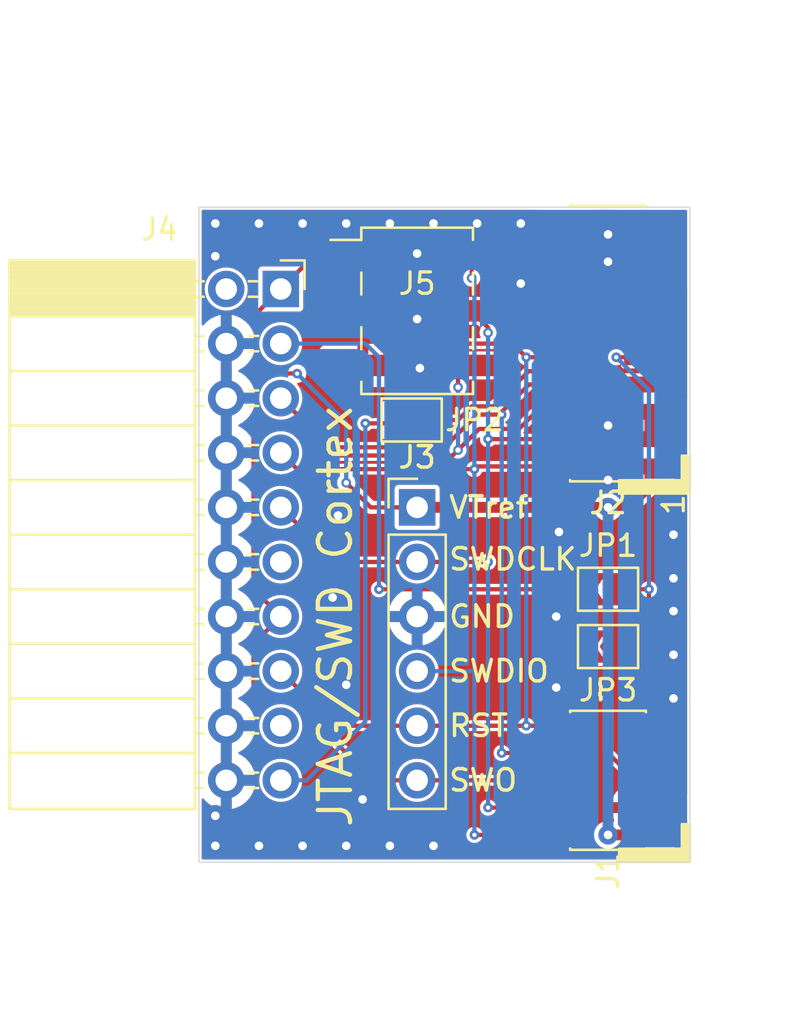
<source format=kicad_pcb>
(kicad_pcb (version 20220131) (generator pcbnew)
  (layers (0 "F.Cu" signal) (31 "B.Cu" signal) (34 "B.Paste" user) (35 "F.Paste" user) (36 "B.SilkS" user "B.Silkscreen") (37 "F.SilkS" user "F.Silkscreen") (38 "B.Mask" user) (39 "F.Mask" user) (44 "Edge.Cuts" user))
  (net 0 "")
  (net 1 "/nTRST")
  (net 2 "GND")
  (net 3 "/TDI")
  (net 4 "/SWO\\TDO")
  (net 5 "/SWDCLK\\TCK")
  (net 6 "/SWDIO\\TMS")
  (net 7 "/VTref")
  (net 8 "/DBGACK")
  (net 9 "/RESET")
  (net 10 "Net-(J1-Pin_9)")
  (net 12 "Net-(J1-Pin_5)")
  (net 17 "Net-(J2-Pin_11)")
  (net 20 "/DBGRQ")
  (net 21 "/RTCK")
  (footprint "Connector_PinHeader_1.27mm:PinHeader_2x05_P1.27mm_Vertical_SMD" (layer "F.Cu") (at 157.48 105.41 180)
    (fp_text reference "J1" (at 0 -4.235 90) (layer "F.SilkS") (effects (font (thickness 0.16))))
    (fp_text value "Conn_02x05_Odd_Even")
    (fp_line (start -3.09 -3.17) (end -1.765 -3.17) (stroke (width 0.12)) (layer "F.SilkS"))
    (fp_line (start -1.765 -3.235) (end -1.765 -3.17) (stroke (width 0.12)) (layer "F.SilkS"))
    (fp_line (start -1.765 -3.235) (end 1.765 -3.235) (stroke (width 0.12)) (layer "F.SilkS"))
    (fp_line (start -1.765 3.17) (end -1.765 3.235) (stroke (width 0.12)) (layer "F.SilkS"))
    (fp_line (start -1.765 3.235) (end 1.765 3.235) (stroke (width 0.12)) (layer "F.SilkS"))
    (fp_line (start 1.765 -3.235) (end 1.765 -3.17) (stroke (width 0.12)) (layer "F.SilkS"))
    (fp_line (start 1.765 3.17) (end 1.765 3.235) (stroke (width 0.12)) (layer "F.SilkS"))
    (pad "1" smd rect (at -1.95 -2.54 180) (size 2.4 0.74) (layers "F.Cu" "F.Paste" "F.Mask") (net 7 "/VTref"))
    (pad "2" smd rect (at 1.95 -2.54 180) (size 2.4 0.74) (layers "F.Cu" "F.Paste" "F.Mask") (net 6 "/SWDIO\\TMS"))
    (pad "3" smd rect (at -1.95 -1.27 180) (size 2.4 0.74) (layers "F.Cu" "F.Paste" "F.Mask") (net 2 "GND"))
    (pad "4" smd rect (at 1.95 -1.27 180) (size 2.4 0.74) (layers "F.Cu" "F.Paste" "F.Mask") (net 5 "/SWDCLK\\TCK"))
    (pad "5" smd rect (at -1.95 0 180) (size 2.4 0.74) (layers "F.Cu" "F.Paste" "F.Mask") (net 12 "Net-(J1-Pin_5)"))
    (pad "6" smd rect (at 1.95 0 180) (size 2.4 0.74) (layers "F.Cu" "F.Paste" "F.Mask") (net 4 "/SWO\\TDO"))
    (pad "7" smd rect (at -1.95 1.27 180) (size 2.4 0.74) (layers "F.Cu" "F.Paste" "F.Mask"))
    (pad "8" smd rect (at 1.95 1.27 180) (size 2.4 0.74) (layers "F.Cu" "F.Paste" "F.Mask") (net 3 "/TDI"))
    (pad "9" smd rect (at -1.95 2.54 180) (size 2.4 0.74) (layers "F.Cu" "F.Paste" "F.Mask") (net 10 "Net-(J1-Pin_9)"))
    (pad "10" smd rect (at 1.95 2.54 180) (size 2.4 0.74) (layers "F.Cu" "F.Paste" "F.Mask") (net 9 "/RESET"))
  )
  (footprint "Connector_PinHeader_1.27mm:PinHeader_2x10_P1.27mm_Vertical_SMD" (layer "F.Cu") (at 157.48 85.09 180)
    (fp_text reference "J2" (at 0 -7.41 180) (layer "F.SilkS") (effects (font (thickness 0.16))))
    (fp_text value "Conn_02x10_Odd_Even")
    (fp_line (start -3.09 -6.345) (end -1.765 -6.345) (stroke (width 0.12)) (layer "F.SilkS"))
    (fp_line (start -1.765 -6.41) (end -1.765 -6.345) (stroke (width 0.12)) (layer "F.SilkS"))
    (fp_line (start -1.765 -6.41) (end 1.765 -6.41) (stroke (width 0.12)) (layer "F.SilkS"))
    (fp_line (start -1.765 6.345) (end -1.765 6.41) (stroke (width 0.12)) (layer "F.SilkS"))
    (fp_line (start -1.765 6.41) (end 1.765 6.41) (stroke (width 0.12)) (layer "F.SilkS"))
    (fp_line (start 1.765 -6.41) (end 1.765 -6.345) (stroke (width 0.12)) (layer "F.SilkS"))
    (fp_line (start 1.765 6.345) (end 1.765 6.41) (stroke (width 0.12)) (layer "F.SilkS"))
    (pad "1" smd rect (at -1.95 -5.715 180) (size 2.4 0.74) (layers "F.Cu" "F.Paste" "F.Mask") (net 7 "/VTref"))
    (pad "2" smd rect (at 1.95 -5.715 180) (size 2.4 0.74) (layers "F.Cu" "F.Paste" "F.Mask") (net 6 "/SWDIO\\TMS"))
    (pad "3" smd rect (at -1.95 -4.445 180) (size 2.4 0.74) (layers "F.Cu" "F.Paste" "F.Mask") (net 2 "GND"))
    (pad "4" smd rect (at 1.95 -4.445 180) (size 2.4 0.74) (layers "F.Cu" "F.Paste" "F.Mask") (net 5 "/SWDCLK\\TCK"))
    (pad "5" smd rect (at -1.95 -3.175 180) (size 2.4 0.74) (layers "F.Cu" "F.Paste" "F.Mask") (net 2 "GND"))
    (pad "6" smd rect (at 1.95 -3.175 180) (size 2.4 0.74) (layers "F.Cu" "F.Paste" "F.Mask") (net 4 "/SWO\\TDO"))
    (pad "7" smd rect (at -1.95 -1.905 180) (size 2.4 0.74) (layers "F.Cu" "F.Paste" "F.Mask"))
    (pad "8" smd rect (at 1.95 -1.905 180) (size 2.4 0.74) (layers "F.Cu" "F.Paste" "F.Mask") (net 3 "/TDI"))
    (pad "9" smd rect (at -1.95 -0.635 180) (size 2.4 0.74) (layers "F.Cu" "F.Paste" "F.Mask") (net 10 "Net-(J1-Pin_9)"))
    (pad "10" smd rect (at 1.95 -0.635 180) (size 2.4 0.74) (layers "F.Cu" "F.Paste" "F.Mask") (net 9 "/RESET"))
    (pad "11" smd rect (at -1.95 0.635 180) (size 2.4 0.74) (layers "F.Cu" "F.Paste" "F.Mask") (net 17 "Net-(J2-Pin_11)"))
    (pad "12" smd rect (at 1.95 0.635 180) (size 2.4 0.74) (layers "F.Cu" "F.Paste" "F.Mask"))
    (pad "13" smd rect (at -1.95 1.905 180) (size 2.4 0.74) (layers "F.Cu" "F.Paste" "F.Mask") (net 17 "Net-(J2-Pin_11)"))
    (pad "14" smd rect (at 1.95 1.905 180) (size 2.4 0.74) (layers "F.Cu" "F.Paste" "F.Mask"))
    (pad "15" smd rect (at -1.95 3.175 180) (size 2.4 0.74) (layers "F.Cu" "F.Paste" "F.Mask") (net 2 "GND"))
    (pad "16" smd rect (at 1.95 3.175 180) (size 2.4 0.74) (layers "F.Cu" "F.Paste" "F.Mask"))
    (pad "17" smd rect (at -1.95 4.445 180) (size 2.4 0.74) (layers "F.Cu" "F.Paste" "F.Mask") (net 2 "GND"))
    (pad "18" smd rect (at 1.95 4.445 180) (size 2.4 0.74) (layers "F.Cu" "F.Paste" "F.Mask"))
    (pad "19" smd rect (at -1.95 5.715 180) (size 2.4 0.74) (layers "F.Cu" "F.Paste" "F.Mask") (net 2 "GND"))
    (pad "20" smd rect (at 1.95 5.715 180) (size 2.4 0.74) (layers "F.Cu" "F.Paste" "F.Mask"))
  )
  (footprint "Connector_PinSocket_2.54mm:PinSocket_2x10_P2.54mm_Horizontal" (layer "F.Cu") (at 142.24 82.55)
    (fp_text reference "J4" (at -5.65 -2.77 180) (layer "F.SilkS") (effects (font (thickness 0.16))))
    (fp_text value "Conn_02x10_Odd_Even")
    (fp_line (start -12.63 -1.33) (end -12.63 24.19) (stroke (width 0.12)) (layer "F.SilkS"))
    (fp_line (start -12.63 -1.33) (end -4 -1.33) (stroke (width 0.12)) (layer "F.SilkS"))
    (fp_line (start -12.63 -1.21) (end -4 -1.21) (stroke (width 0.12)) (layer "F.SilkS"))
    (fp_line (start -12.63 -1.091905) (end -4 -1.091905) (stroke (width 0.12)) (layer "F.SilkS"))
    (fp_line (start -12.63 -0.97381) (end -4 -0.97381) (stroke (width 0.12)) (layer "F.SilkS"))
    (fp_line (start -12.63 -0.855715) (end -4 -0.855715) (stroke (width 0.12)) (layer "F.SilkS"))
    (fp_line (start -12.63 -0.73762) (end -4 -0.73762) (stroke (width 0.12)) (layer "F.SilkS"))
    (fp_line (start -12.63 -0.619525) (end -4 -0.619525) (stroke (width 0.12)) (layer "F.SilkS"))
    (fp_line (start -12.63 -0.50143) (end -4 -0.50143) (stroke (width 0.12)) (layer "F.SilkS"))
    (fp_line (start -12.63 -0.383335) (end -4 -0.383335) (stroke (width 0.12)) (layer "F.SilkS"))
    (fp_line (start -12.63 -0.26524) (end -4 -0.26524) (stroke (width 0.12)) (layer "F.SilkS"))
    (fp_line (start -12.63 -0.147145) (end -4 -0.147145) (stroke (width 0.12)) (layer "F.SilkS"))
    (fp_line (start -12.63 -0.02905) (end -4 -0.02905) (stroke (width 0.12)) (layer "F.SilkS"))
    (fp_line (start -12.63 0.089045) (end -4 0.089045) (stroke (width 0.12)) (layer "F.SilkS"))
    (fp_line (start -12.63 0.20714) (end -4 0.20714) (stroke (width 0.12)) (layer "F.SilkS"))
    (fp_line (start -12.63 0.325235) (end -4 0.325235) (stroke (width 0.12)) (layer "F.SilkS"))
    (fp_line (start -12.63 0.44333) (end -4 0.44333) (stroke (width 0.12)) (layer "F.SilkS"))
    (fp_line (start -12.63 0.561425) (end -4 0.561425) (stroke (width 0.12)) (layer "F.SilkS"))
    (fp_line (start -12.63 0.67952) (end -4 0.67952) (stroke (width 0.12)) (layer "F.SilkS"))
    (fp_line (start -12.63 0.797615) (end -4 0.797615) (stroke (width 0.12)) (layer "F.SilkS"))
    (fp_line (start -12.63 0.91571) (end -4 0.91571) (stroke (width 0.12)) (layer "F.SilkS"))
    (fp_line (start -12.63 1.033805) (end -4 1.033805) (stroke (width 0.12)) (layer "F.SilkS"))
    (fp_line (start -12.63 1.1519) (end -4 1.1519) (stroke (width 0.12)) (layer "F.SilkS"))
    (fp_line (start -12.63 1.27) (end -4 1.27) (stroke (width 0.12)) (layer "F.SilkS"))
    (fp_line (start -12.63 3.81) (end -4 3.81) (stroke (width 0.12)) (layer "F.SilkS"))
    (fp_line (start -12.63 6.35) (end -4 6.35) (stroke (width 0.12)) (layer "F.SilkS"))
    (fp_line (start -12.63 8.89) (end -4 8.89) (stroke (width 0.12)) (layer "F.SilkS"))
    (fp_line (start -12.63 11.43) (end -4 11.43) (stroke (width 0.12)) (layer "F.SilkS"))
    (fp_line (start -12.63 13.97) (end -4 13.97) (stroke (width 0.12)) (layer "F.SilkS"))
    (fp_line (start -12.63 16.51) (end -4 16.51) (stroke (width 0.12)) (layer "F.SilkS"))
    (fp_line (start -12.63 19.05) (end -4 19.05) (stroke (width 0.12)) (layer "F.SilkS"))
    (fp_line (start -12.63 21.59) (end -4 21.59) (stroke (width 0.12)) (layer "F.SilkS"))
    (fp_line (start -12.63 24.19) (end -4 24.19) (stroke (width 0.12)) (layer "F.SilkS"))
    (fp_line (start -4 -1.33) (end -4 24.19) (stroke (width 0.12)) (layer "F.SilkS"))
    (fp_line (start -4 -0.36) (end -3.59 -0.36) (stroke (width 0.12)) (layer "F.SilkS"))
    (fp_line (start -4 0.36) (end -3.59 0.36) (stroke (width 0.12)) (layer "F.SilkS"))
    (fp_line (start -4 2.18) (end -3.59 2.18) (stroke (width 0.12)) (layer "F.SilkS"))
    (fp_line (start -4 2.9) (end -3.59 2.9) (stroke (width 0.12)) (layer "F.SilkS"))
    (fp_line (start -4 4.72) (end -3.59 4.72) (stroke (width 0.12)) (layer "F.SilkS"))
    (fp_line (start -4 5.44) (end -3.59 5.44) (stroke (width 0.12)) (layer "F.SilkS"))
    (fp_line (start -4 7.26) (end -3.59 7.26) (stroke (width 0.12)) (layer "F.SilkS"))
    (fp_line (start -4 7.98) (end -3.59 7.98) (stroke (width 0.12)) (layer "F.SilkS"))
    (fp_line (start -4 9.8) (end -3.59 9.8) (stroke (width 0.12)) (layer "F.SilkS"))
    (fp_line (start -4 10.52) (end -3.59 10.52) (stroke (width 0.12)) (layer "F.SilkS"))
    (fp_line (start -4 12.34) (end -3.59 12.34) (stroke (width 0.12)) (layer "F.SilkS"))
    (fp_line (start -4 13.06) (end -3.59 13.06) (stroke (width 0.12)) (layer "F.SilkS"))
    (fp_line (start -4 14.88) (end -3.59 14.88) (stroke (width 0.12)) (layer "F.SilkS"))
    (fp_line (start -4 15.6) (end -3.59 15.6) (stroke (width 0.12)) (layer "F.SilkS"))
    (fp_line (start -4 17.42) (end -3.59 17.42) (stroke (width 0.12)) (layer "F.SilkS"))
    (fp_line (start -4 18.14) (end -3.59 18.14) (stroke (width 0.12)) (layer "F.SilkS"))
    (fp_line (start -4 19.96) (end -3.59 19.96) (stroke (width 0.12)) (layer "F.SilkS"))
    (fp_line (start -4 20.68) (end -3.59 20.68) (stroke (width 0.12)) (layer "F.SilkS"))
    (fp_line (start -4 22.5) (end -3.59 22.5) (stroke (width 0.12)) (layer "F.SilkS"))
    (fp_line (start -4 23.22) (end -3.59 23.22) (stroke (width 0.12)) (layer "F.SilkS"))
    (fp_line (start -1.49 -0.36) (end -1.11 -0.36) (stroke (width 0.12)) (layer "F.SilkS"))
    (fp_line (start -1.49 0.36) (end -1.11 0.36) (stroke (width 0.12)) (layer "F.SilkS"))
    (fp_line (start -1.49 2.18) (end -1.05 2.18) (stroke (width 0.12)) (layer "F.SilkS"))
    (fp_line (start -1.49 2.9) (end -1.05 2.9) (stroke (width 0.12)) (layer "F.SilkS"))
    (fp_line (start -1.49 4.72) (end -1.05 4.72) (stroke (width 0.12)) (layer "F.SilkS"))
    (fp_line (start -1.49 5.44) (end -1.05 5.44) (stroke (width 0.12)) (layer "F.SilkS"))
    (fp_line (start -1.49 7.26) (end -1.05 7.26) (stroke (width 0.12)) (layer "F.SilkS"))
    (fp_line (start -1.49 7.98) (end -1.05 7.98) (stroke (width 0.12)) (layer "F.SilkS"))
    (fp_line (start -1.49 9.8) (end -1.05 9.8) (stroke (width 0.12)) (layer "F.SilkS"))
    (fp_line (start -1.49 10.52) (end -1.05 10.52) (stroke (width 0.12)) (layer "F.SilkS"))
    (fp_line (start -1.49 12.34) (end -1.05 12.34) (stroke (width 0.12)) (layer "F.SilkS"))
    (fp_line (start -1.49 13.06) (end -1.05 13.06) (stroke (width 0.12)) (layer "F.SilkS"))
    (fp_line (start -1.49 14.88) (end -1.05 14.88) (stroke (width 0.12)) (layer "F.SilkS"))
    (fp_line (start -1.49 15.6) (end -1.05 15.6) (stroke (width 0.12)) (layer "F.SilkS"))
    (fp_line (start -1.49 17.42) (end -1.05 17.42) (stroke (width 0.12)) (layer "F.SilkS"))
    (fp_line (start -1.49 18.14) (end -1.05 18.14) (stroke (width 0.12)) (layer "F.SilkS"))
    (fp_line (start -1.49 19.96) (end -1.05 19.96) (stroke (width 0.12)) (layer "F.SilkS"))
    (fp_line (start -1.49 20.68) (end -1.05 20.68) (stroke (width 0.12)) (layer "F.SilkS"))
    (fp_line (start -1.49 22.5) (end -1.05 22.5) (stroke (width 0.12)) (layer "F.SilkS"))
    (fp_line (start -1.49 23.22) (end -1.05 23.22) (stroke (width 0.12)) (layer "F.SilkS"))
    (fp_line (start 0 -1.33) (end 1.11 -1.33) (stroke (width 0.12)) (layer "F.SilkS"))
    (fp_line (start 1.11 -1.33) (end 1.11 0) (stroke (width 0.12)) (layer "F.SilkS"))
    (pad "1" thru_hole rect (at 0 0) (size 1.7 1.7) (drill 1) (layers *.Cu *.Mask) (net 7 "/VTref"))
    (pad "2" thru_hole oval (at -2.54 0) (size 1.7 1.7) (drill 1) (layers *.Cu *.Mask))
    (pad "3" thru_hole oval (at 0 2.54) (size 1.7 1.7) (drill 1) (layers *.Cu *.Mask) (net 1 "/nTRST"))
    (pad "4" thru_hole oval (at -2.54 2.54) (size 1.7 1.7) (drill 1) (layers *.Cu *.Mask) (net 2 "GND"))
    (pad "5" thru_hole oval (at 0 5.08) (size 1.7 1.7) (drill 1) (layers *.Cu *.Mask) (net 3 "/TDI"))
    (pad "6" thru_hole oval (at -2.54 5.08) (size 1.7 1.7) (drill 1) (layers *.Cu *.Mask) (net 2 "GND"))
    (pad "7" thru_hole oval (at 0 7.62) (size 1.7 1.7) (drill 1) (layers *.Cu *.Mask) (net 6 "/SWDIO\\TMS"))
    (pad "8" thru_hole oval (at -2.54 7.62) (size 1.7 1.7) (drill 1) (layers *.Cu *.Mask) (net 2 "GND"))
    (pad "9" thru_hole oval (at 0 10.16) (size 1.7 1.7) (drill 1) (layers *.Cu *.Mask) (net 5 "/SWDCLK\\TCK"))
    (pad "10" thru_hole oval (at -2.54 10.16) (size 1.7 1.7) (drill 1) (layers *.Cu *.Mask) (net 2 "GND"))
    (pad "11" thru_hole oval (at 0 12.7) (size 1.7 1.7) (drill 1) (layers *.Cu *.Mask) (net 21 "/RTCK"))
    (pad "12" thru_hole oval (at -2.54 12.7) (size 1.7 1.7) (drill 1) (layers *.Cu *.Mask) (net 2 "GND"))
    (pad "13" thru_hole oval (at 0 15.24) (size 1.7 1.7) (drill 1) (layers *.Cu *.Mask) (net 4 "/SWO\\TDO"))
    (pad "14" thru_hole oval (at -2.54 15.24) (size 1.7 1.7) (drill 1) (layers *.Cu *.Mask) (net 2 "GND"))
    (pad "15" thru_hole oval (at 0 17.78) (size 1.7 1.7) (drill 1) (layers *.Cu *.Mask) (net 9 "/RESET"))
    (pad "16" thru_hole oval (at -2.54 17.78) (size 1.7 1.7) (drill 1) (layers *.Cu *.Mask) (net 2 "GND"))
    (pad "17" thru_hole oval (at 0 20.32) (size 1.7 1.7) (drill 1) (layers *.Cu *.Mask) (net 20 "/DBGRQ"))
    (pad "18" thru_hole oval (at -2.54 20.32) (size 1.7 1.7) (drill 1) (layers *.Cu *.Mask) (net 2 "GND"))
    (pad "19" thru_hole oval (at 0 22.86) (size 1.7 1.7) (drill 1) (layers *.Cu *.Mask) (net 8 "/DBGACK"))
    (pad "20" thru_hole oval (at -2.54 22.86) (size 1.7 1.7) (drill 1) (layers *.Cu *.Mask) (net 2 "GND"))
  )
  (footprint "Jumper:SolderJumper-2_P1.3mm_Open_TrianglePad1.0x1.5mm" (layer "F.Cu") (at 148.336 88.646 180)
    (fp_text reference "JP2" (at -2.921 0) (layer "F.SilkS"))
    (fp_text value "SolderJumper_2_Open")
    (fp_line (start -1.4 -1) (end 1.4 -1) (stroke (width 0.12)) (layer "F.SilkS"))
    (fp_line (start -1.4 1) (end -1.4 -1) (stroke (width 0.12)) (layer "F.SilkS"))
    (fp_line (start 1.4 -1) (end 1.4 1) (stroke (width 0.12)) (layer "F.SilkS"))
    (fp_line (start 1.4 1) (end -1.4 1) (stroke (width 0.12)) (layer "F.SilkS"))
    (pad "1" smd custom locked (at -0.725 0 180) (size 0.3 0.3) (layers "F.Cu" "F.Mask") (net 17 "Net-(J2-Pin_11)") (options (clearance outline) (anchor rect)) (primitives (gr_poly (pts (xy -0.5 -0.75) (xy 0.5 -0.75) (xy 1 0) (xy 0.5 0.75) (xy -0.5 0.75)) (width 0) (fill yes))))
    (pad "2" smd custom locked (at 0.725 0 180) (size 0.3 0.3) (layers "F.Cu" "F.Mask") (net 8 "/DBGACK") (options (clearance outline) (anchor rect)) (primitives (gr_poly (pts (xy -0.65 -0.75) (xy 0.5 -0.75) (xy 0.5 0.75) (xy -0.65 0.75) (xy -0.15 0)) (width 0) (fill yes))))
  )
  (footprint "Connector_PinHeader_2.54mm:PinHeader_1x06_P2.54mm_Vertical" (layer "F.Cu") (at 148.59 92.71)
    (fp_text reference "J3" (at 0 -2.33 180) (layer "F.SilkS") (effects (font (thickness 0.16))))
    (fp_text value "Conn_01x06")
    (fp_line (start -1.33 -1.33) (end 0 -1.33) (stroke (width 0.12)) (layer "F.SilkS"))
    (fp_line (start -1.33 0) (end -1.33 -1.33) (stroke (width 0.12)) (layer "F.SilkS"))
    (fp_line (start -1.33 1.27) (end -1.33 14.03) (stroke (width 0.12)) (layer "F.SilkS"))
    (fp_line (start -1.33 1.27) (end 1.33 1.27) (stroke (width 0.12)) (layer "F.SilkS"))
    (fp_line (start -1.33 14.03) (end 1.33 14.03) (stroke (width 0.12)) (layer "F.SilkS"))
    (fp_line (start 1.33 1.27) (end 1.33 14.03) (stroke (width 0.12)) (layer "F.SilkS"))
    (pad "1" thru_hole rect (at 0 0) (size 1.7 1.7) (drill 1) (layers *.Cu *.Mask) (net 7 "/VTref"))
    (pad "2" thru_hole oval (at 0 2.54) (size 1.7 1.7) (drill 1) (layers *.Cu *.Mask) (net 5 "/SWDCLK\\TCK"))
    (pad "3" thru_hole oval (at 0 5.08) (size 1.7 1.7) (drill 1) (layers *.Cu *.Mask) (net 2 "GND"))
    (pad "4" thru_hole oval (at 0 7.62) (size 1.7 1.7) (drill 1) (layers *.Cu *.Mask) (net 6 "/SWDIO\\TMS"))
    (pad "5" thru_hole oval (at 0 10.16) (size 1.7 1.7) (drill 1) (layers *.Cu *.Mask) (net 9 "/RESET"))
    (pad "6" thru_hole oval (at 0 12.7) (size 1.7 1.7) (drill 1) (layers *.Cu *.Mask) (net 4 "/SWO\\TDO"))
  )
  (footprint "Jumper:SolderJumper-2_P1.3mm_Open_TrianglePad1.0x1.5mm" (layer "F.Cu") (at 157.48 96.52 180)
    (fp_text reference "JP1" (at 0 2.032) (layer "F.SilkS"))
    (fp_text value "SolderJumper_2_Open")
    (fp_line (start -1.4 -1) (end 1.4 -1) (stroke (width 0.12)) (layer "F.SilkS"))
    (fp_line (start -1.4 1) (end -1.4 -1) (stroke (width 0.12)) (layer "F.SilkS"))
    (fp_line (start 1.4 -1) (end 1.4 1) (stroke (width 0.12)) (layer "F.SilkS"))
    (fp_line (start 1.4 1) (end -1.4 1) (stroke (width 0.12)) (layer "F.SilkS"))
    (pad "1" smd custom locked (at -0.725 0 180) (size 0.3 0.3) (layers "F.Cu" "F.Mask") (net 10 "Net-(J1-Pin_9)") (options (clearance outline) (anchor rect)) (primitives (gr_poly (pts (xy -0.5 -0.75) (xy 0.5 -0.75) (xy 1 0) (xy 0.5 0.75) (xy -0.5 0.75)) (width 0) (fill yes))))
    (pad "2" smd custom locked (at 0.725 0 180) (size 0.3 0.3) (layers "F.Cu" "F.Mask") (net 1 "/nTRST") (options (clearance outline) (anchor rect)) (primitives (gr_poly (pts (xy -0.65 -0.75) (xy 0.5 -0.75) (xy 0.5 0.75) (xy -0.65 0.75) (xy -0.15 0)) (width 0) (fill yes))))
  )
  (footprint "Connector_PinHeader_2.54mm:PinHeader_2x03_P2.54mm_Vertical_SMD" (layer "F.Cu") (at 148.59 83.566)
    (fp_text reference "J5" (at 0 -1.27 180) (layer "F.SilkS"))
    (fp_text value "Conn_02x03_Odd_Even")
    (fp_line (start -4.04 -3.3) (end -2.6 -3.3) (stroke (width 0.12)) (layer "F.SilkS"))
    (fp_line (start -2.6 -3.87) (end -2.6 -3.3) (stroke (width 0.12)) (layer "F.SilkS"))
    (fp_line (start -2.6 -3.87) (end 2.6 -3.87) (stroke (width 0.12)) (layer "F.SilkS"))
    (fp_line (start -2.6 -1.78) (end -2.6 -0.76) (stroke (width 0.12)) (layer "F.SilkS"))
    (fp_line (start -2.6 0.76) (end -2.6 1.78) (stroke (width 0.12)) (layer "F.SilkS"))
    (fp_line (start -2.6 3.3) (end -2.6 3.87) (stroke (width 0.12)) (layer "F.SilkS"))
    (fp_line (start -2.6 3.87) (end 2.6 3.87) (stroke (width 0.12)) (layer "F.SilkS"))
    (fp_line (start 2.6 -3.87) (end 2.6 -3.3) (stroke (width 0.12)) (layer "F.SilkS"))
    (fp_line (start 2.6 -1.78) (end 2.6 -0.76) (stroke (width 0.12)) (layer "F.SilkS"))
    (fp_line (start 2.6 0.76) (end 2.6 1.78) (stroke (width 0.12)) (layer "F.SilkS"))
    (fp_line (start 2.6 3.3) (end 2.6 3.87) (stroke (width 0.12)) (layer "F.SilkS"))
    (pad "1" smd rect (at -2.525 -2.54) (size 3.15 1) (layers "F.Cu" "F.Paste" "F.Mask") (net 7 "/VTref"))
    (pad "2" smd rect (at 2.525 -2.54) (size 3.15 1) (layers "F.Cu" "F.Paste" "F.Mask") (net 6 "/SWDIO\\TMS"))
    (pad "3" smd rect (at -2.525 0) (size 3.15 1) (layers "F.Cu" "F.Paste" "F.Mask") (net 9 "/RESET"))
    (pad "4" smd rect (at 2.525 0) (size 3.15 1) (layers "F.Cu" "F.Paste" "F.Mask") (net 5 "/SWDCLK\\TCK"))
    (pad "5" smd rect (at -2.525 2.54) (size 3.15 1) (layers "F.Cu" "F.Paste" "F.Mask") (net 2 "GND"))
    (pad "6" smd rect (at 2.525 2.54) (size 3.15 1) (layers "F.Cu" "F.Paste" "F.Mask") (net 4 "/SWO\\TDO"))
  )
  (footprint "Jumper:SolderJumper-2_P1.3mm_Open_TrianglePad1.0x1.5mm" (layer "F.Cu") (at 157.48 99.187 180)
    (fp_text reference "JP3" (at 0 -2.032) (layer "F.SilkS"))
    (fp_text value "SolderJumper_2_Open")
    (fp_line (start -1.4 -1) (end 1.4 -1) (stroke (width 0.12)) (layer "F.SilkS"))
    (fp_line (start -1.4 1) (end -1.4 -1) (stroke (width 0.12)) (layer "F.SilkS"))
    (fp_line (start 1.4 -1) (end 1.4 1) (stroke (width 0.12)) (layer "F.SilkS"))
    (fp_line (start 1.4 1) (end -1.4 1) (stroke (width 0.12)) (layer "F.SilkS"))
    (pad "1" smd custom (at -0.725 0 180) (size 0.3 0.3) (layers "F.Cu" "F.Mask") (net 2 "GND") (options (clearance outline) (anchor rect)) (primitives (gr_poly (pts (xy 1 0) (xy 0.5 0.75) (xy -0.5 0.75) (xy -0.5 -0.75) (xy 0.5 -0.75)) (width 0) (fill yes))))
    (pad "2" smd custom (at 0.725 0 180) (size 0.3 0.3) (layers "F.Cu" "F.Mask") (net 12 "Net-(J1-Pin_5)") (options (clearance outline) (anchor rect)) (primitives (gr_poly (pts (xy 0.5 0.75) (xy -0.65 0.75) (xy -0.15 0) (xy -0.65 -0.75) (xy 0.5 -0.75)) (width 0) (fill yes))))
  )
  (gr_poly (pts (xy 161.29 92.075) (xy 161.29 90.297) (xy 160.909 90.297) (xy 160.909 91.44) (xy 157.988 91.44) (xy 157.988 92.075)) (stroke (width 0.1)) (fill solid) (layer "F.SilkS"))
  (gr_poly (pts (xy 161.29 109.22) (xy 161.29 107.442) (xy 160.909 107.442) (xy 160.909 108.585) (xy 157.988 108.585) (xy 157.988 109.22)) (stroke (width 0.1)) (fill solid) (layer "F.SilkS"))
  (gr_line (start 138.43 109.22) (end 138.43 78.74) (stroke (width 0.05)) (layer "Edge.Cuts"))
  (gr_line (start 161.29 78.74) (end 161.29 109.22) (stroke (width 0.05)) (layer "Edge.Cuts"))
  (gr_line (start 138.43 78.74) (end 161.29 78.74) (stroke (width 0.05)) (layer "Edge.Cuts"))
  (gr_line (start 161.29 109.22) (end 138.43 109.22) (stroke (width 0.05)) (layer "Edge.Cuts"))
  (gr_text "1" (at 160.528 92.583 90) (layer "F.SilkS") (effects (font (size 1 1))))
  (gr_text "SWDIO" (at 149.987 100.33) (layer "F.SilkS") (effects (font (size 1 1) (thickness 0.16)) (justify left)))
  (gr_text "SWDCLK" (at 149.987 95.123) (layer "F.SilkS") (effects (font (size 1 1) (thickness 0.16)) (justify left)))
  (gr_text "JTAG/SWD Cortex" (at 144.78 97.79 90) (layer "F.SilkS") (effects (font (size 1.5 1.5) (thickness 0.2))))
  (gr_text "SWO" (at 149.987 105.41) (layer "F.SilkS") (effects (font (size 1 1) (thickness 0.16)) (justify left)))
  (gr_text "GND" (at 149.987 97.79) (layer "F.SilkS") (effects (font (size 1 1) (thickness 0.16)) (justify left)))
  (gr_text "RST" (at 149.987 102.87) (layer "F.SilkS") (effects (font (size 1 1) (thickness 0.16)) (justify left)))
  (gr_text "VTref" (at 149.987 92.71) (layer "F.SilkS") (effects (font (size 1 1) (thickness 0.16)) (justify left)))
  (segment (start 156.755 96.52) (end 146.812 96.52) (width 0.2) (layer "F.Cu") (net 1))
  (via (at 146.812 96.52) (size 0.45) (drill 0.2) (layers "F.Cu" "B.Cu") (net 1))
  (segment (start 146.177 85.09) (end 142.24 85.09) (width 0.2) (layer "B.Cu") (net 1))
  (segment (start 146.812 85.725) (end 146.177 85.09) (width 0.2) (layer "B.Cu") (net 1))
  (segment (start 146.812 96.52) (end 146.812 85.725) (width 0.2) (layer "B.Cu") (net 1))
  (via (at 148.59 80.899) (size 1) (drill 0.4) (layers "F.Cu" "B.Cu") (net 2))
  (via (at 153.416 79.502) (size 1) (drill 0.4) (layers "F.Cu" "B.Cu") (net 2))
  (via (at 141.224 108.458) (size 1) (drill 0.4) (layers "F.Cu" "B.Cu") (net 2))
  (via (at 147.32 108.458) (size 1) (drill 0.4) (layers "F.Cu" "B.Cu") (net 2))
  (via (at 146.05 106.299) (size 1) (drill 0.4) (layers "F.Cu" "B.Cu") (net 2))
  (via (at 139.192 108.458) (size 1) (drill 0.4) (layers "F.Cu" "B.Cu") (net 2))
  (via (at 160.528 101.6) (size 1) (drill 0.4) (layers "F.Cu" "B.Cu") (net 2))
  (via (at 147.32 79.502) (size 1) (drill 0.4) (layers "F.Cu" "B.Cu") (net 2))
  (via (at 148.59 83.947) (size 1) (drill 0.4) (layers "F.Cu" "B.Cu") (net 2))
  (via (at 148.717 86.233) (size 1) (drill 0.4) (layers "F.Cu" "B.Cu") (net 2))
  (via (at 144.653 96.901) (size 1) (drill 0.4) (layers "F.Cu" "B.Cu") (net 2))
  (via (at 155.067 97.79) (size 1) (drill 0.4) (layers "F.Cu" "B.Cu") (net 2))
  (via (at 143.256 79.502) (size 1) (drill 0.4) (layers "F.Cu" "B.Cu") (net 2))
  (via (at 160.528 93.98) (size 1) (drill 0.4) (layers "F.Cu" "B.Cu") (net 2))
  (via (at 141.224 79.502) (size 1) (drill 0.4) (layers "F.Cu" "B.Cu") (net 2))
  (via (at 145.288 79.502) (size 1) (drill 0.4) (layers "F.Cu" "B.Cu") (net 2))
  (via (at 149.352 108.458) (size 1) (drill 0.4) (layers "F.Cu" "B.Cu") (net 2))
  (via (at 139.192 81.026) (size 1) (drill 0.4) (layers "F.Cu" "B.Cu") (net 2))
  (via (at 139.192 79.502) (size 1) (drill 0.4) (layers "F.Cu" "B.Cu") (net 2))
  (via (at 157.48 91.44) (size 1) (drill 0.4) (layers "F.Cu" "B.Cu") (net 2))
  (via (at 155.194 93.853) (size 1) (drill 0.4) (layers "F.Cu" "B.Cu") (net 2))
  (via (at 145.288 108.458) (size 1) (drill 0.4) (layers "F.Cu" "B.Cu") (net 2))
  (via (at 149.352 79.502) (size 1) (drill 0.4) (layers "F.Cu" "B.Cu") (net 2))
  (via (at 144.907 93.091) (size 1) (drill 0.4) (layers "F.Cu" "B.Cu") (net 2))
  (via (at 157.48 80.01) (size 1) (drill 0.4) (layers "F.Cu" "B.Cu") (net 2))
  (via (at 157.48 88.9) (size 1) (drill 0.4) (layers "F.Cu" "B.Cu") (net 2))
  (via (at 151.384 79.502) (size 1) (drill 0.4) (layers "F.Cu" "B.Cu") (net 2))
  (via (at 160.528 99.568) (size 1) (drill 0.4) (layers "F.Cu" "B.Cu") (net 2))
  (via (at 157.48 81.28) (size 1) (drill 0.4) (layers "F.Cu" "B.Cu") (net 2))
  (via (at 139.192 107.061) (size 1) (drill 0.4) (layers "F.Cu" "B.Cu") (net 2))
  (via (at 155.067 101.092) (size 1) (drill 0.4) (layers "F.Cu" "B.Cu") (net 2))
  (via (at 143.256 108.458) (size 1) (drill 0.4) (layers "F.Cu" "B.Cu") (net 2))
  (via (at 160.528 96.012) (size 1) (drill 0.4) (layers "F.Cu" "B.Cu") (net 2))
  (via (at 145.288 100.965) (size 1) (drill 0.4) (layers "F.Cu" "B.Cu") (net 2))
  (via (at 160.528 97.536) (size 1) (drill 0.4) (layers "F.Cu" "B.Cu") (net 2))
  (via (at 153.416 82.296) (size 1) (drill 0.4) (layers "F.Cu" "B.Cu") (net 2))
  (segment (start 151.384 88.392) (end 149.86 89.916) (width 0.2) (layer "F.Cu") (net 3))
  (segment (start 152.527 88.392) (end 152.527 88.265) (width 0.2) (layer "F.Cu") (net 3))
  (segment (start 155.53 104.14) (end 154.13 104.14) (width 0.2) (layer "F.Cu") (net 3))
  (segment (start 149.86 89.916) (end 144.526 89.916) (width 0.2) (layer "F.Cu") (net 3))
  (segment (start 153.797 86.995) (end 155.53 86.995) (width 0.2) (layer "F.Cu") (net 3))
  (segment (start 144.526 89.916) (end 142.24 87.63) (width 0.2) (layer "F.Cu") (net 3))
  (segment (start 154.13 104.14) (end 152.527 104.14) (width 0.2) (layer "F.Cu") (net 3))
  (segment (start 152.527 88.265) (end 153.797 86.995) (width 0.2) (layer "F.Cu") (net 3))
  (segment (start 152.527 88.392) (end 151.384 88.392) (width 0.2) (layer "F.Cu") (net 3))
  (via (at 152.527 104.14) (size 0.45) (drill 0.2) (layers "F.Cu" "B.Cu") (net 3))
  (via (at 152.527 88.392) (size 0.45) (drill 0.2) (layers "F.Cu" "B.Cu") (net 3))
  (segment (start 152.527 104.14) (end 152.527 88.392) (width 0.2) (layer "B.Cu") (net 3))
  (segment (start 140.97 99.06) (end 140.97 100.965) (width 0.2) (layer "F.Cu") (net 4))
  (segment (start 140.97 89.535) (end 140.97 96.52) (width 0.2) (layer "F.Cu") (net 4))
  (segment (start 150.495 87.122) (end 150.495 86.726) (width 0.2) (layer "F.Cu") (net 4))
  (segment (start 150.495 86.726) (end 151.115 86.106) (width 0.2) (layer "F.Cu") (net 4))
  (segment (start 141.605 101.6) (end 142.748 101.6) (width 0.2) (layer "F.Cu") (net 4))
  (segment (start 140.97 96.52) (end 142.24 97.79) (width 0.2) (layer "F.Cu") (net 4))
  (segment (start 150.241 90.297) (end 143.921944 90.297) (width 0.2) (layer "F.Cu") (net 4))
  (segment (start 142.24 97.79) (end 140.97 99.06) (width 0.2) (layer "F.Cu") (net 4))
  (segment (start 150.495 90.043) (end 151.477511 89.060489) (width 0.2) (layer "F.Cu") (net 4))
  (segment (start 154.13 88.265) (end 155.53 88.265) (width 0.2) (layer "F.Cu") (net 4))
  (segment (start 151.477511 89.060489) (end 153.334511 89.060489) (width 0.2) (layer "F.Cu") (net 4))
  (segment (start 146.558 105.41) (end 148.59 105.41) (width 0.2) (layer "F.Cu") (net 4))
  (segment (start 153.334511 89.060489) (end 154.13 88.265) (width 0.2) (layer "F.Cu") (net 4))
  (segment (start 141.434511 89.070489) (end 140.97 89.535) (width 0.2) (layer "F.Cu") (net 4))
  (segment (start 142.695433 89.070489) (end 141.434511 89.070489) (width 0.2) (layer "F.Cu") (net 4))
  (segment (start 143.921944 90.297) (end 142.695433 89.070489) (width 0.2) (layer "F.Cu") (net 4))
  (segment (start 155.53 105.41) (end 148.59 105.41) (width 0.2) (layer "F.Cu") (net 4))
  (segment (start 150.495 90.043) (end 150.241 90.297) (width 0.2) (layer "F.Cu") (net 4))
  (segment (start 140.97 100.965) (end 141.605 101.6) (width 0.2) (layer "F.Cu") (net 4))
  (segment (start 142.748 101.6) (end 146.558 105.41) (width 0.2) (layer "F.Cu") (net 4))
  (via (at 150.495 87.122) (size 0.45) (drill 0.25) (layers "F.Cu" "B.Cu") (net 4))
  (via (at 150.495 90.043) (size 0.45) (drill 0.25) (layers "F.Cu" "B.Cu") (net 4))
  (segment (start 150.495 90.043) (end 150.495 87.122) (width 0.2) (layer "B.Cu") (net 4))
  (segment (start 142.24 92.71) (end 144.78 95.25) (width 0.2) (layer "F.Cu") (net 5))
  (segment (start 155.53 106.68) (end 154.13 106.68) (width 0.2) (layer "F.Cu") (net 5))
  (segment (start 154.13 106.68) (end 151.892 106.68) (width 0.2) (layer "F.Cu") (net 5))
  (segment (start 151.892 95.25) (end 151.573802 95.25) (width 0.2) (layer "F.Cu") (net 5))
  (segment (start 151.892 84.582) (end 151.892 84.343) (width 0.2) (layer "F.Cu") (net 5))
  (segment (start 151.892 84.343) (end 151.115 83.566) (width 0.2) (layer "F.Cu") (net 5))
  (segment (start 151.892 89.535) (end 155.53 89.535) (width 0.2) (layer "F.Cu") (net 5))
  (segment (start 151.573802 95.25) (end 148.59 95.25) (width 0.2) (layer "F.Cu") (net 5))
  (segment (start 144.78 95.25) (end 148.59 95.25) (width 0.2) (layer "F.Cu") (net 5))
  (via (at 151.892 84.582) (size 0.45) (drill 0.25) (layers "F.Cu" "B.Cu") (net 5))
  (via (at 151.892 95.25) (size 0.45) (drill 0.2) (layers "F.Cu" "B.Cu") (net 5))
  (via (at 151.892 106.68) (size 0.45) (drill 0.2) (layers "F.Cu" "B.Cu") (net 5))
  (via (at 151.892 89.535) (size 0.45) (drill 0.2) (layers "F.Cu" "B.Cu") (net 5))
  (segment (start 151.892 95.25) (end 151.892 106.68) (width 0.2) (layer "B.Cu") (net 5))
  (segment (start 151.892 89.535) (end 151.892 84.582) (width 0.2) (layer "B.Cu") (net 5))
  (segment (start 151.892 89.535) (end 151.892 95.25) (width 0.2) (layer "B.Cu") (net 5))
  (segment (start 151.257 90.932) (end 151.384 90.805) (width 0.2) (layer "F.Cu") (net 6))
  (segment (start 142.24 90.17) (end 143.002 90.932) (width 0.2) (layer "F.Cu") (net 6))
  (segment (start 151.384 90.805) (end 155.53 90.805) (width 0.2) (layer "F.Cu") (net 6))
  (segment (start 151.13 82.042) (end 151.13 81.041) (width 0.2) (layer "F.Cu") (net 6))
  (segment (start 143.002 90.932) (end 151.257 90.932) (width 0.2) (layer "F.Cu") (net 6))
  (segment (start 155.53 107.95) (end 151.257 107.95) (width 0.2) (layer "F.Cu") (net 6))
  (segment (start 151.13 81.041) (end 151.115 81.026) (width 0.2) (layer "F.Cu") (net 6))
  (via (at 151.257 90.932) (size 0.45) (drill 0.2) (layers "F.Cu" "B.Cu") (net 6))
  (via (at 151.13 82.042) (size 0.45) (drill 0.25) (layers "F.Cu" "B.Cu") (net 6))
  (via (at 151.257 107.95) (size 0.45) (drill 0.2) (layers "F.Cu" "B.Cu") (net 6))
  (segment (start 151.257 82.169) (end 151.13 82.042) (width 0.2) (layer "B.Cu") (net 6))
  (segment (start 148.59 100.33) (end 149.792081 100.33) (width 0.2) (layer "B.Cu") (net 6))
  (segment (start 151.257 90.932) (end 151.257 100.33) (width 0.2) (layer "B.Cu") (net 6))
  (segment (start 149.792081 100.33) (end 151.257 100.33) (width 0.2) (layer "B.Cu") (net 6))
  (segment (start 151.257 100.33) (end 151.257 107.95) (width 0.2) (layer "B.Cu") (net 6))
  (segment (start 151.257 90.932) (end 151.257 82.169) (width 0.2) (layer "B.Cu") (net 6))
  (segment (start 142.24 82.55) (end 141.090489 83.699511) (width 0.2) (layer "F.Cu") (net 7))
  (segment (start 141.090489 83.699511) (end 141.090489 85.566144) (width 0.2) (layer "F.Cu") (net 7))
  (segment (start 141.090489 85.566144) (end 142.004834 86.480489) (width 0.2) (layer "F.Cu") (net 7))
  (segment (start 157.48 92.71) (end 158.403 92.71) (width 0.508) (layer "F.Cu") (net 7))
  (segment (start 157.353 92.71) (end 148.59 92.71) (width 0.508) (layer "F.Cu") (net 7))
  (segment (start 159.43 107.95) (end 157.48 107.95) (width 0.508) (layer "F.Cu") (net 7))
  (segment (start 157.353 92.71) (end 157.48 92.71) (width 0.508) (layer "F.Cu") (net 7))
  (segment (start 142.004834 86.480489) (end 142.995489 86.480489) (width 0.2) (layer "F.Cu") (net 7))
  (segment (start 159.43 91.683) (end 159.43 90.805) (width 0.508) (layer "F.Cu") (net 7))
  (segment (start 158.403 92.71) (end 159.43 91.683) (width 0.508) (layer "F.Cu") (net 7))
  (segment (start 146.431 92.71) (end 148.59 92.71) (width 0.2) (layer "F.Cu") (net 7))
  (segment (start 142.24 82.55) (end 143.764 81.026) (width 0.2) (layer "F.Cu") (net 7))
  (segment (start 145.288 91.567) (end 146.431 92.71) (width 0.2) (layer "F.Cu") (net 7))
  (segment (start 143.764 81.026) (end 146.065 81.026) (width 0.2) (layer "F.Cu") (net 7))
  (via (at 157.48 107.95) (size 0.9) (drill 0.4) (layers "F.Cu" "B.Cu") (net 7))
  (via (at 145.288 91.567) (size 0.45) (drill 0.25) (layers "F.Cu" "B.Cu") (net 7))
  (via (at 143.002 86.487) (size 0.45) (drill 0.2) (layers "F.Cu" "B.Cu") (net 7))
  (via (at 157.48 92.71) (size 0.9) (drill 0.4) (layers "F.Cu" "B.Cu") (net 7))
  (segment (start 157.48 107.95) (end 157.48 92.71) (width 0.508) (layer "B.Cu") (net 7))
  (segment (start 145.288 88.773) (end 145.288 91.567) (width 0.2) (layer "B.Cu") (net 7))
  (segment (start 143.002 86.487) (end 145.288 88.773) (width 0.2) (layer "B.Cu") (net 7))
  (segment (start 147.456167 88.800833) (end 147.611 88.646) (width 0.2) (layer "F.Cu") (net 8))
  (segment (start 146.177233 88.800833) (end 147.456167 88.800833) (width 0.2) (layer "F.Cu") (net 8))
  (via (at 146.177233 88.800833) (size 0.45) (drill 0.2) (layers "F.Cu" "B.Cu") (net 8))
  (segment (start 146.177233 90.804767) (end 146.177 90.805) (width 0.2) (layer "B.Cu") (net 8))
  (segment (start 143.442081 105.41) (end 142.24 105.41) (width 0.2) (layer "B.Cu") (net 8))
  (segment (start 146.177 90.805) (end 146.177 102.675081) (width 0.2) (layer "B.Cu") (net 8))
  (segment (start 146.177 102.675081) (end 143.442081 105.41) (width 0.2) (layer "B.Cu") (net 8))
  (segment (start 146.177233 88.800833) (end 146.177233 90.804767) (width 0.2) (layer "B.Cu") (net 8))
  (segment (start 142.24 100.33) (end 144.78 102.87) (width 0.2) (layer "F.Cu") (net 9))
  (segment (start 146.065 83.566) (end 147.589 85.09) (width 0.2) (layer "F.Cu") (net 9))
  (segment (start 147.589 85.09) (end 153.035 85.09) (width 0.2) (layer "F.Cu") (net 9))
  (segment (start 155.53 85.725) (end 153.67 85.725) (width 0.2) (layer "F.Cu") (net 9))
  (segment (start 153.67 102.87) (end 155.53 102.87) (width 0.2) (layer "F.Cu") (net 9))
  (segment (start 153.035 85.09) (end 153.67 85.725) (width 0.2) (layer "F.Cu") (net 9))
  (segment (start 144.78 102.87) (end 148.59 102.87) (width 0.2) (layer "F.Cu") (net 9))
  (segment (start 148.59 102.87) (end 149.792081 102.87) (width 0.2) (layer "F.Cu") (net 9))
  (segment (start 149.792081 102.87) (end 153.67 102.87) (width 0.2) (layer "F.Cu") (net 9))
  (via (at 153.67 102.87) (size 0.45) (drill 0.2) (layers "F.Cu" "B.Cu") (net 9))
  (via (at 153.67 85.725) (size 0.45) (drill 0.2) (layers "F.Cu" "B.Cu") (net 9))
  (segment (start 153.67 85.725) (end 153.67 102.87) (width 0.2) (layer "B.Cu") (net 9))
  (segment (start 159.385 97.028) (end 159.385 102.825) (width 0.2) (layer "F.Cu") (net 10))
  (segment (start 159.385 97.028) (end 159.385 96.52) (width 0.2) (layer "F.Cu") (net 10))
  (segment (start 159.385 102.825) (end 159.43 102.87) (width 0.2) (layer "F.Cu") (net 10))
  (segment (start 158.205 96.52) (end 159.385 96.52) (width 0.2) (layer "F.Cu") (net 10))
  (segment (start 157.861 85.725) (end 159.43 85.725) (width 0.2) (layer "F.Cu") (net 10))
  (via (at 157.861 85.725) (size 0.45) (drill 0.2) (layers "F.Cu" "B.Cu") (net 10))
  (via (at 159.385 96.52) (size 0.45) (drill 0.2) (layers "F.Cu" "B.Cu") (net 10))
  (segment (start 159.385 87.249) (end 157.861 85.725) (width 0.2) (layer "B.Cu") (net 10))
  (segment (start 159.385 96.52) (end 159.385 87.249) (width 0.2) (layer "B.Cu") (net 10))
  (segment (start 157.48 104.139022) (end 157.48 101.6) (width 0.2) (layer "F.Cu") (net 12))
  (segment (start 157.48 101.6) (end 156.755 100.875) (width 0.2) (layer "F.Cu") (net 12))
  (segment (start 158.750978 105.41) (end 157.48 104.139022) (width 0.2) (layer "F.Cu") (net 12))
  (segment (start 159.43 105.41) (end 158.750978 105.41) (width 0.2) (layer "F.Cu") (net 12))
  (segment (start 156.755 100.875) (end 156.755 99.187) (width 0.2) (layer "F.Cu") (net 12))
  (segment (start 156.956511 86.375489) (end 153.781511 86.375489) (width 0.2) (layer "F.Cu") (net 17))
  (segment (start 158.03 83.185) (end 157.226 83.989) (width 0.2) (layer "F.Cu") (net 17))
  (segment (start 157.226 84.455) (end 159.43 84.455) (width 0.2) (layer "F.Cu") (net 17))
  (segment (start 151.13 88.011) (end 150.495 88.646) (width 0.2) (layer "F.Cu") (net 17))
  (segment (start 159.43 83.185) (end 158.03 83.185) (width 0.2) (layer "F.Cu") (net 17))
  (segment (start 152.146 88.011) (end 151.13 88.011) (width 0.2) (layer "F.Cu") (net 17))
  (segment (start 153.781511 86.375489) (end 152.146 88.011) (width 0.2) (layer "F.Cu") (net 17))
  (segment (start 150.495 88.646) (end 149.061 88.646) (width 0.2) (layer "F.Cu") (net 17))
  (segment (start 157.226 83.989) (end 157.226 86.106) (width 0.2) (layer "F.Cu") (net 17))
  (segment (start 157.226 86.106) (end 156.956511 86.375489) (width 0.2) (layer "F.Cu") (net 17))
  (zone (net 2) (net_name "GND") (layer "F.Cu") (connect_pads (clearance 0.128)) (min_thickness 0.1) (fill yes (thermal_gap 0.508) (thermal_bridge_width 0.508))
    (polygon (pts (xy 138.43 78.74) (xy 161.29 78.74) (xy 161.29 109.22) (xy 138.43 109.22)))
  )
  (zone (net 2) (net_name "GND") (layer "B.Cu") (connect_pads (clearance 0.128)) (min_thickness 0.1) (fill yes (thermal_gap 0.508) (thermal_bridge_width 0.508))
    (polygon (pts (xy 138.43 78.74) (xy 161.29 78.74) (xy 161.29 109.22) (xy 138.43 109.22)))
  )
)
</source>
